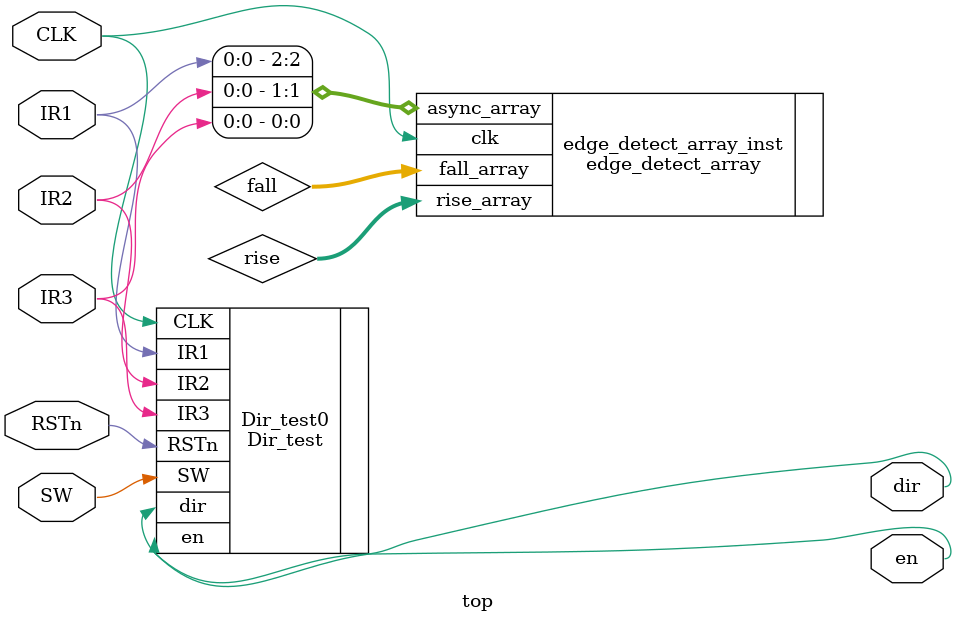
<source format=v>
module top 
  (
   input      CLK, RSTn, IR1, IR2, IR3, SW,
   output reg dir, en
   );

   localparam async_input_size = 3;

   wire [async_input_size-1:0] rise, fall;

   edge_detect_array #(.N(async_input_size)) edge_detect_array_inst
     (
      .async_array( {IR1, IR2, IR3 })
      ,.clk       ( CLK            )
      ,.rise_array( rise           )
      ,.fall_array( fall           ));

   Dir_test Dir_test0
     (
      .CLK  (  CLK    )         
      ,.RSTn(  RSTn   )        
      ,.IR1 (  IR1    )        
      ,.IR2 (  IR2    )        
      ,.IR3 (  IR3    )        
      ,.SW  (  SW     )        
      ,.dir (  dir    )        
      ,.en  (  en     ));
   
endmodule // top

</source>
